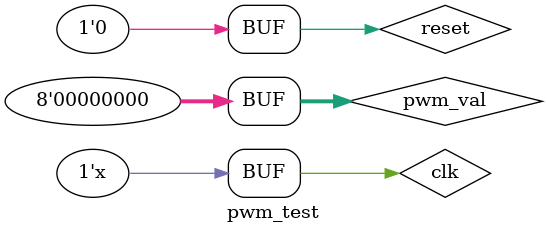
<source format=v>
`timescale 1ns / 1ps


module pwm_test;

	// Inputs
	reg reset;
	reg [7:0] pwm_val;

	// Outputs
	wire pwm;
	wire dir;
	reg clk;
	// Instantiate the Unit Under Test (UUT)
	Pwm uut (
		.reset(reset), 
		.pwm_val(pwm_val), 
		.pwm(pwm), 
		.dir(dir),
		.clk(clk)
	);
	always
	#10 clk =~clk;
	
	initial begin
		// Initialize Inputs
		reset = 0;
		pwm_val = 0;
		clk = 0;
		// Wait 100 ns for global reset to finish
		#100;
        
		// Add stimulus here

	end
      
endmodule


</source>
